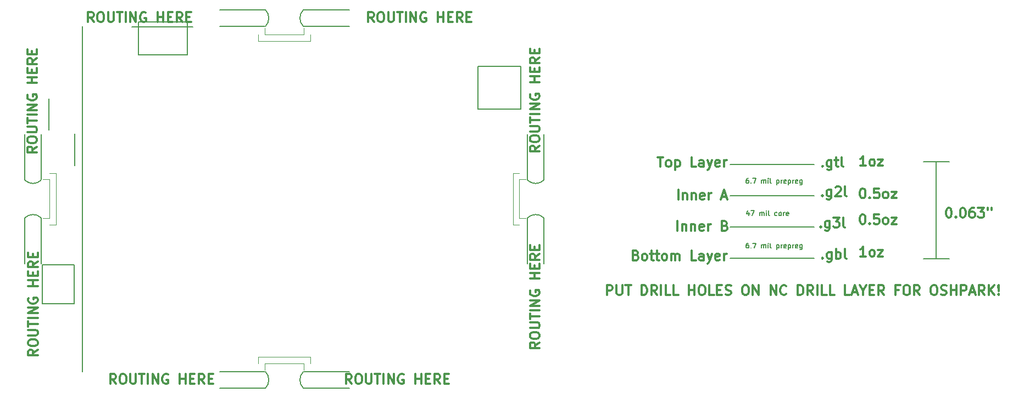
<source format=gbr>
G04 (created by PCBNEW (2013-07-07 BZR 4022)-stable) date 10/25/2016 10:24:25 PM*
%MOIN*%
G04 Gerber Fmt 3.4, Leading zero omitted, Abs format*
%FSLAX34Y34*%
G01*
G70*
G90*
G04 APERTURE LIST*
%ADD10C,0.00590551*%
%ADD11C,0.011811*%
%ADD12C,0.00787402*%
%ADD13C,0.00738189*%
%ADD14C,0.005*%
%ADD15C,0.0025*%
G04 APERTURE END LIST*
G54D10*
G54D11*
X60680Y-38739D02*
X60483Y-38457D01*
X60342Y-38739D02*
X60342Y-38148D01*
X60567Y-38148D01*
X60623Y-38176D01*
X60651Y-38204D01*
X60680Y-38260D01*
X60680Y-38345D01*
X60651Y-38401D01*
X60623Y-38429D01*
X60567Y-38457D01*
X60342Y-38457D01*
X61045Y-38148D02*
X61158Y-38148D01*
X61214Y-38176D01*
X61270Y-38232D01*
X61298Y-38345D01*
X61298Y-38542D01*
X61270Y-38654D01*
X61214Y-38710D01*
X61158Y-38739D01*
X61045Y-38739D01*
X60989Y-38710D01*
X60933Y-38654D01*
X60905Y-38542D01*
X60905Y-38345D01*
X60933Y-38232D01*
X60989Y-38176D01*
X61045Y-38148D01*
X61551Y-38148D02*
X61551Y-38626D01*
X61579Y-38682D01*
X61608Y-38710D01*
X61664Y-38739D01*
X61776Y-38739D01*
X61833Y-38710D01*
X61861Y-38682D01*
X61889Y-38626D01*
X61889Y-38148D01*
X62086Y-38148D02*
X62423Y-38148D01*
X62254Y-38739D02*
X62254Y-38148D01*
X62620Y-38739D02*
X62620Y-38148D01*
X62901Y-38739D02*
X62901Y-38148D01*
X63239Y-38739D01*
X63239Y-38148D01*
X63829Y-38176D02*
X63773Y-38148D01*
X63689Y-38148D01*
X63604Y-38176D01*
X63548Y-38232D01*
X63520Y-38289D01*
X63492Y-38401D01*
X63492Y-38485D01*
X63520Y-38598D01*
X63548Y-38654D01*
X63604Y-38710D01*
X63689Y-38739D01*
X63745Y-38739D01*
X63829Y-38710D01*
X63857Y-38682D01*
X63857Y-38485D01*
X63745Y-38485D01*
X64560Y-38739D02*
X64560Y-38148D01*
X64560Y-38429D02*
X64898Y-38429D01*
X64898Y-38739D02*
X64898Y-38148D01*
X65179Y-38429D02*
X65376Y-38429D01*
X65460Y-38739D02*
X65179Y-38739D01*
X65179Y-38148D01*
X65460Y-38148D01*
X66051Y-38739D02*
X65854Y-38457D01*
X65713Y-38739D02*
X65713Y-38148D01*
X65938Y-38148D01*
X65994Y-38176D01*
X66023Y-38204D01*
X66051Y-38260D01*
X66051Y-38345D01*
X66023Y-38401D01*
X65994Y-38429D01*
X65938Y-38457D01*
X65713Y-38457D01*
X66304Y-38429D02*
X66501Y-38429D01*
X66585Y-38739D02*
X66304Y-38739D01*
X66304Y-38148D01*
X66585Y-38148D01*
X77680Y-38739D02*
X77483Y-38457D01*
X77342Y-38739D02*
X77342Y-38148D01*
X77567Y-38148D01*
X77623Y-38176D01*
X77651Y-38204D01*
X77680Y-38260D01*
X77680Y-38345D01*
X77651Y-38401D01*
X77623Y-38429D01*
X77567Y-38457D01*
X77342Y-38457D01*
X78045Y-38148D02*
X78158Y-38148D01*
X78214Y-38176D01*
X78270Y-38232D01*
X78298Y-38345D01*
X78298Y-38542D01*
X78270Y-38654D01*
X78214Y-38710D01*
X78158Y-38739D01*
X78045Y-38739D01*
X77989Y-38710D01*
X77933Y-38654D01*
X77905Y-38542D01*
X77905Y-38345D01*
X77933Y-38232D01*
X77989Y-38176D01*
X78045Y-38148D01*
X78551Y-38148D02*
X78551Y-38626D01*
X78579Y-38682D01*
X78608Y-38710D01*
X78664Y-38739D01*
X78776Y-38739D01*
X78833Y-38710D01*
X78861Y-38682D01*
X78889Y-38626D01*
X78889Y-38148D01*
X79086Y-38148D02*
X79423Y-38148D01*
X79254Y-38739D02*
X79254Y-38148D01*
X79620Y-38739D02*
X79620Y-38148D01*
X79901Y-38739D02*
X79901Y-38148D01*
X80239Y-38739D01*
X80239Y-38148D01*
X80829Y-38176D02*
X80773Y-38148D01*
X80689Y-38148D01*
X80604Y-38176D01*
X80548Y-38232D01*
X80520Y-38289D01*
X80492Y-38401D01*
X80492Y-38485D01*
X80520Y-38598D01*
X80548Y-38654D01*
X80604Y-38710D01*
X80689Y-38739D01*
X80745Y-38739D01*
X80829Y-38710D01*
X80857Y-38682D01*
X80857Y-38485D01*
X80745Y-38485D01*
X81560Y-38739D02*
X81560Y-38148D01*
X81560Y-38429D02*
X81898Y-38429D01*
X81898Y-38739D02*
X81898Y-38148D01*
X82179Y-38429D02*
X82376Y-38429D01*
X82460Y-38739D02*
X82179Y-38739D01*
X82179Y-38148D01*
X82460Y-38148D01*
X83051Y-38739D02*
X82854Y-38457D01*
X82713Y-38739D02*
X82713Y-38148D01*
X82938Y-38148D01*
X82994Y-38176D01*
X83023Y-38204D01*
X83051Y-38260D01*
X83051Y-38345D01*
X83023Y-38401D01*
X82994Y-38429D01*
X82938Y-38457D01*
X82713Y-38457D01*
X83304Y-38429D02*
X83501Y-38429D01*
X83585Y-38739D02*
X83304Y-38739D01*
X83304Y-38148D01*
X83585Y-38148D01*
X87739Y-46269D02*
X87457Y-46466D01*
X87739Y-46607D02*
X87148Y-46607D01*
X87148Y-46382D01*
X87176Y-46326D01*
X87204Y-46298D01*
X87260Y-46269D01*
X87345Y-46269D01*
X87401Y-46298D01*
X87429Y-46326D01*
X87457Y-46382D01*
X87457Y-46607D01*
X87148Y-45904D02*
X87148Y-45791D01*
X87176Y-45735D01*
X87232Y-45679D01*
X87345Y-45651D01*
X87542Y-45651D01*
X87654Y-45679D01*
X87710Y-45735D01*
X87739Y-45791D01*
X87739Y-45904D01*
X87710Y-45960D01*
X87654Y-46016D01*
X87542Y-46044D01*
X87345Y-46044D01*
X87232Y-46016D01*
X87176Y-45960D01*
X87148Y-45904D01*
X87148Y-45398D02*
X87626Y-45398D01*
X87682Y-45370D01*
X87710Y-45341D01*
X87739Y-45285D01*
X87739Y-45173D01*
X87710Y-45116D01*
X87682Y-45088D01*
X87626Y-45060D01*
X87148Y-45060D01*
X87148Y-44863D02*
X87148Y-44526D01*
X87739Y-44695D02*
X87148Y-44695D01*
X87739Y-44329D02*
X87148Y-44329D01*
X87739Y-44048D02*
X87148Y-44048D01*
X87739Y-43710D01*
X87148Y-43710D01*
X87176Y-43120D02*
X87148Y-43176D01*
X87148Y-43260D01*
X87176Y-43345D01*
X87232Y-43401D01*
X87289Y-43429D01*
X87401Y-43457D01*
X87485Y-43457D01*
X87598Y-43429D01*
X87654Y-43401D01*
X87710Y-43345D01*
X87739Y-43260D01*
X87739Y-43204D01*
X87710Y-43120D01*
X87682Y-43092D01*
X87485Y-43092D01*
X87485Y-43204D01*
X87739Y-42389D02*
X87148Y-42389D01*
X87429Y-42389D02*
X87429Y-42051D01*
X87739Y-42051D02*
X87148Y-42051D01*
X87429Y-41770D02*
X87429Y-41573D01*
X87739Y-41489D02*
X87739Y-41770D01*
X87148Y-41770D01*
X87148Y-41489D01*
X87739Y-40898D02*
X87457Y-41095D01*
X87739Y-41236D02*
X87148Y-41236D01*
X87148Y-41011D01*
X87176Y-40955D01*
X87204Y-40926D01*
X87260Y-40898D01*
X87345Y-40898D01*
X87401Y-40926D01*
X87429Y-40955D01*
X87457Y-41011D01*
X87457Y-41236D01*
X87429Y-40645D02*
X87429Y-40448D01*
X87739Y-40364D02*
X87739Y-40645D01*
X87148Y-40645D01*
X87148Y-40364D01*
X87739Y-58219D02*
X87457Y-58416D01*
X87739Y-58557D02*
X87148Y-58557D01*
X87148Y-58332D01*
X87176Y-58276D01*
X87204Y-58248D01*
X87260Y-58219D01*
X87345Y-58219D01*
X87401Y-58248D01*
X87429Y-58276D01*
X87457Y-58332D01*
X87457Y-58557D01*
X87148Y-57854D02*
X87148Y-57741D01*
X87176Y-57685D01*
X87232Y-57629D01*
X87345Y-57601D01*
X87542Y-57601D01*
X87654Y-57629D01*
X87710Y-57685D01*
X87739Y-57741D01*
X87739Y-57854D01*
X87710Y-57910D01*
X87654Y-57966D01*
X87542Y-57994D01*
X87345Y-57994D01*
X87232Y-57966D01*
X87176Y-57910D01*
X87148Y-57854D01*
X87148Y-57348D02*
X87626Y-57348D01*
X87682Y-57320D01*
X87710Y-57291D01*
X87739Y-57235D01*
X87739Y-57123D01*
X87710Y-57066D01*
X87682Y-57038D01*
X87626Y-57010D01*
X87148Y-57010D01*
X87148Y-56813D02*
X87148Y-56476D01*
X87739Y-56645D02*
X87148Y-56645D01*
X87739Y-56279D02*
X87148Y-56279D01*
X87739Y-55998D02*
X87148Y-55998D01*
X87739Y-55660D01*
X87148Y-55660D01*
X87176Y-55070D02*
X87148Y-55126D01*
X87148Y-55210D01*
X87176Y-55295D01*
X87232Y-55351D01*
X87289Y-55379D01*
X87401Y-55407D01*
X87485Y-55407D01*
X87598Y-55379D01*
X87654Y-55351D01*
X87710Y-55295D01*
X87739Y-55210D01*
X87739Y-55154D01*
X87710Y-55070D01*
X87682Y-55042D01*
X87485Y-55042D01*
X87485Y-55154D01*
X87739Y-54339D02*
X87148Y-54339D01*
X87429Y-54339D02*
X87429Y-54001D01*
X87739Y-54001D02*
X87148Y-54001D01*
X87429Y-53720D02*
X87429Y-53523D01*
X87739Y-53439D02*
X87739Y-53720D01*
X87148Y-53720D01*
X87148Y-53439D01*
X87739Y-52848D02*
X87457Y-53045D01*
X87739Y-53186D02*
X87148Y-53186D01*
X87148Y-52961D01*
X87176Y-52905D01*
X87204Y-52876D01*
X87260Y-52848D01*
X87345Y-52848D01*
X87401Y-52876D01*
X87429Y-52905D01*
X87457Y-52961D01*
X87457Y-53186D01*
X87429Y-52595D02*
X87429Y-52398D01*
X87739Y-52314D02*
X87739Y-52595D01*
X87148Y-52595D01*
X87148Y-52314D01*
X76330Y-60739D02*
X76133Y-60457D01*
X75992Y-60739D02*
X75992Y-60148D01*
X76217Y-60148D01*
X76273Y-60176D01*
X76301Y-60204D01*
X76330Y-60260D01*
X76330Y-60345D01*
X76301Y-60401D01*
X76273Y-60429D01*
X76217Y-60457D01*
X75992Y-60457D01*
X76695Y-60148D02*
X76808Y-60148D01*
X76864Y-60176D01*
X76920Y-60232D01*
X76948Y-60345D01*
X76948Y-60542D01*
X76920Y-60654D01*
X76864Y-60710D01*
X76808Y-60739D01*
X76695Y-60739D01*
X76639Y-60710D01*
X76583Y-60654D01*
X76555Y-60542D01*
X76555Y-60345D01*
X76583Y-60232D01*
X76639Y-60176D01*
X76695Y-60148D01*
X77201Y-60148D02*
X77201Y-60626D01*
X77229Y-60682D01*
X77258Y-60710D01*
X77314Y-60739D01*
X77426Y-60739D01*
X77483Y-60710D01*
X77511Y-60682D01*
X77539Y-60626D01*
X77539Y-60148D01*
X77736Y-60148D02*
X78073Y-60148D01*
X77904Y-60739D02*
X77904Y-60148D01*
X78270Y-60739D02*
X78270Y-60148D01*
X78551Y-60739D02*
X78551Y-60148D01*
X78889Y-60739D01*
X78889Y-60148D01*
X79479Y-60176D02*
X79423Y-60148D01*
X79339Y-60148D01*
X79254Y-60176D01*
X79198Y-60232D01*
X79170Y-60289D01*
X79142Y-60401D01*
X79142Y-60485D01*
X79170Y-60598D01*
X79198Y-60654D01*
X79254Y-60710D01*
X79339Y-60739D01*
X79395Y-60739D01*
X79479Y-60710D01*
X79507Y-60682D01*
X79507Y-60485D01*
X79395Y-60485D01*
X80210Y-60739D02*
X80210Y-60148D01*
X80210Y-60429D02*
X80548Y-60429D01*
X80548Y-60739D02*
X80548Y-60148D01*
X80829Y-60429D02*
X81026Y-60429D01*
X81110Y-60739D02*
X80829Y-60739D01*
X80829Y-60148D01*
X81110Y-60148D01*
X81701Y-60739D02*
X81504Y-60457D01*
X81363Y-60739D02*
X81363Y-60148D01*
X81588Y-60148D01*
X81644Y-60176D01*
X81673Y-60204D01*
X81701Y-60260D01*
X81701Y-60345D01*
X81673Y-60401D01*
X81644Y-60429D01*
X81588Y-60457D01*
X81363Y-60457D01*
X81954Y-60429D02*
X82151Y-60429D01*
X82235Y-60739D02*
X81954Y-60739D01*
X81954Y-60148D01*
X82235Y-60148D01*
X62030Y-60739D02*
X61833Y-60457D01*
X61692Y-60739D02*
X61692Y-60148D01*
X61917Y-60148D01*
X61973Y-60176D01*
X62001Y-60204D01*
X62030Y-60260D01*
X62030Y-60345D01*
X62001Y-60401D01*
X61973Y-60429D01*
X61917Y-60457D01*
X61692Y-60457D01*
X62395Y-60148D02*
X62508Y-60148D01*
X62564Y-60176D01*
X62620Y-60232D01*
X62648Y-60345D01*
X62648Y-60542D01*
X62620Y-60654D01*
X62564Y-60710D01*
X62508Y-60739D01*
X62395Y-60739D01*
X62339Y-60710D01*
X62283Y-60654D01*
X62255Y-60542D01*
X62255Y-60345D01*
X62283Y-60232D01*
X62339Y-60176D01*
X62395Y-60148D01*
X62901Y-60148D02*
X62901Y-60626D01*
X62929Y-60682D01*
X62958Y-60710D01*
X63014Y-60739D01*
X63126Y-60739D01*
X63183Y-60710D01*
X63211Y-60682D01*
X63239Y-60626D01*
X63239Y-60148D01*
X63436Y-60148D02*
X63773Y-60148D01*
X63604Y-60739D02*
X63604Y-60148D01*
X63970Y-60739D02*
X63970Y-60148D01*
X64251Y-60739D02*
X64251Y-60148D01*
X64589Y-60739D01*
X64589Y-60148D01*
X65179Y-60176D02*
X65123Y-60148D01*
X65039Y-60148D01*
X64954Y-60176D01*
X64898Y-60232D01*
X64870Y-60289D01*
X64842Y-60401D01*
X64842Y-60485D01*
X64870Y-60598D01*
X64898Y-60654D01*
X64954Y-60710D01*
X65039Y-60739D01*
X65095Y-60739D01*
X65179Y-60710D01*
X65207Y-60682D01*
X65207Y-60485D01*
X65095Y-60485D01*
X65910Y-60739D02*
X65910Y-60148D01*
X65910Y-60429D02*
X66248Y-60429D01*
X66248Y-60739D02*
X66248Y-60148D01*
X66529Y-60429D02*
X66726Y-60429D01*
X66810Y-60739D02*
X66529Y-60739D01*
X66529Y-60148D01*
X66810Y-60148D01*
X67401Y-60739D02*
X67204Y-60457D01*
X67063Y-60739D02*
X67063Y-60148D01*
X67288Y-60148D01*
X67344Y-60176D01*
X67373Y-60204D01*
X67401Y-60260D01*
X67401Y-60345D01*
X67373Y-60401D01*
X67344Y-60429D01*
X67288Y-60457D01*
X67063Y-60457D01*
X67654Y-60429D02*
X67851Y-60429D01*
X67935Y-60739D02*
X67654Y-60739D01*
X67654Y-60148D01*
X67935Y-60148D01*
X57289Y-58669D02*
X57007Y-58866D01*
X57289Y-59007D02*
X56698Y-59007D01*
X56698Y-58782D01*
X56726Y-58726D01*
X56754Y-58698D01*
X56810Y-58669D01*
X56895Y-58669D01*
X56951Y-58698D01*
X56979Y-58726D01*
X57007Y-58782D01*
X57007Y-59007D01*
X56698Y-58304D02*
X56698Y-58191D01*
X56726Y-58135D01*
X56782Y-58079D01*
X56895Y-58051D01*
X57092Y-58051D01*
X57204Y-58079D01*
X57260Y-58135D01*
X57289Y-58191D01*
X57289Y-58304D01*
X57260Y-58360D01*
X57204Y-58416D01*
X57092Y-58444D01*
X56895Y-58444D01*
X56782Y-58416D01*
X56726Y-58360D01*
X56698Y-58304D01*
X56698Y-57798D02*
X57176Y-57798D01*
X57232Y-57770D01*
X57260Y-57741D01*
X57289Y-57685D01*
X57289Y-57573D01*
X57260Y-57516D01*
X57232Y-57488D01*
X57176Y-57460D01*
X56698Y-57460D01*
X56698Y-57263D02*
X56698Y-56926D01*
X57289Y-57095D02*
X56698Y-57095D01*
X57289Y-56729D02*
X56698Y-56729D01*
X57289Y-56448D02*
X56698Y-56448D01*
X57289Y-56110D01*
X56698Y-56110D01*
X56726Y-55520D02*
X56698Y-55576D01*
X56698Y-55660D01*
X56726Y-55745D01*
X56782Y-55801D01*
X56839Y-55829D01*
X56951Y-55857D01*
X57035Y-55857D01*
X57148Y-55829D01*
X57204Y-55801D01*
X57260Y-55745D01*
X57289Y-55660D01*
X57289Y-55604D01*
X57260Y-55520D01*
X57232Y-55492D01*
X57035Y-55492D01*
X57035Y-55604D01*
X57289Y-54789D02*
X56698Y-54789D01*
X56979Y-54789D02*
X56979Y-54451D01*
X57289Y-54451D02*
X56698Y-54451D01*
X56979Y-54170D02*
X56979Y-53973D01*
X57289Y-53889D02*
X57289Y-54170D01*
X56698Y-54170D01*
X56698Y-53889D01*
X57289Y-53298D02*
X57007Y-53495D01*
X57289Y-53636D02*
X56698Y-53636D01*
X56698Y-53411D01*
X56726Y-53355D01*
X56754Y-53326D01*
X56810Y-53298D01*
X56895Y-53298D01*
X56951Y-53326D01*
X56979Y-53355D01*
X57007Y-53411D01*
X57007Y-53636D01*
X56979Y-53045D02*
X56979Y-52848D01*
X57289Y-52764D02*
X57289Y-53045D01*
X56698Y-53045D01*
X56698Y-52764D01*
X57239Y-46319D02*
X56957Y-46516D01*
X57239Y-46657D02*
X56648Y-46657D01*
X56648Y-46432D01*
X56676Y-46376D01*
X56704Y-46348D01*
X56760Y-46319D01*
X56845Y-46319D01*
X56901Y-46348D01*
X56929Y-46376D01*
X56957Y-46432D01*
X56957Y-46657D01*
X56648Y-45954D02*
X56648Y-45841D01*
X56676Y-45785D01*
X56732Y-45729D01*
X56845Y-45701D01*
X57042Y-45701D01*
X57154Y-45729D01*
X57210Y-45785D01*
X57239Y-45841D01*
X57239Y-45954D01*
X57210Y-46010D01*
X57154Y-46066D01*
X57042Y-46094D01*
X56845Y-46094D01*
X56732Y-46066D01*
X56676Y-46010D01*
X56648Y-45954D01*
X56648Y-45448D02*
X57126Y-45448D01*
X57182Y-45420D01*
X57210Y-45391D01*
X57239Y-45335D01*
X57239Y-45223D01*
X57210Y-45166D01*
X57182Y-45138D01*
X57126Y-45110D01*
X56648Y-45110D01*
X56648Y-44913D02*
X56648Y-44576D01*
X57239Y-44745D02*
X56648Y-44745D01*
X57239Y-44379D02*
X56648Y-44379D01*
X57239Y-44098D02*
X56648Y-44098D01*
X57239Y-43760D01*
X56648Y-43760D01*
X56676Y-43170D02*
X56648Y-43226D01*
X56648Y-43310D01*
X56676Y-43395D01*
X56732Y-43451D01*
X56789Y-43479D01*
X56901Y-43507D01*
X56985Y-43507D01*
X57098Y-43479D01*
X57154Y-43451D01*
X57210Y-43395D01*
X57239Y-43310D01*
X57239Y-43254D01*
X57210Y-43170D01*
X57182Y-43142D01*
X56985Y-43142D01*
X56985Y-43254D01*
X57239Y-42439D02*
X56648Y-42439D01*
X56929Y-42439D02*
X56929Y-42101D01*
X57239Y-42101D02*
X56648Y-42101D01*
X56929Y-41820D02*
X56929Y-41623D01*
X57239Y-41539D02*
X57239Y-41820D01*
X56648Y-41820D01*
X56648Y-41539D01*
X57239Y-40948D02*
X56957Y-41145D01*
X57239Y-41286D02*
X56648Y-41286D01*
X56648Y-41061D01*
X56676Y-41005D01*
X56704Y-40976D01*
X56760Y-40948D01*
X56845Y-40948D01*
X56901Y-40976D01*
X56929Y-41005D01*
X56957Y-41061D01*
X56957Y-41286D01*
X56929Y-40695D02*
X56929Y-40498D01*
X57239Y-40414D02*
X57239Y-40695D01*
X56648Y-40695D01*
X56648Y-40414D01*
X91818Y-55339D02*
X91818Y-54748D01*
X92043Y-54748D01*
X92099Y-54776D01*
X92128Y-54804D01*
X92156Y-54860D01*
X92156Y-54945D01*
X92128Y-55001D01*
X92099Y-55029D01*
X92043Y-55057D01*
X91818Y-55057D01*
X92409Y-54748D02*
X92409Y-55226D01*
X92437Y-55282D01*
X92465Y-55310D01*
X92521Y-55339D01*
X92634Y-55339D01*
X92690Y-55310D01*
X92718Y-55282D01*
X92746Y-55226D01*
X92746Y-54748D01*
X92943Y-54748D02*
X93280Y-54748D01*
X93112Y-55339D02*
X93112Y-54748D01*
X93927Y-55339D02*
X93927Y-54748D01*
X94068Y-54748D01*
X94152Y-54776D01*
X94208Y-54832D01*
X94237Y-54889D01*
X94265Y-55001D01*
X94265Y-55085D01*
X94237Y-55198D01*
X94208Y-55254D01*
X94152Y-55310D01*
X94068Y-55339D01*
X93927Y-55339D01*
X94855Y-55339D02*
X94658Y-55057D01*
X94518Y-55339D02*
X94518Y-54748D01*
X94743Y-54748D01*
X94799Y-54776D01*
X94827Y-54804D01*
X94855Y-54860D01*
X94855Y-54945D01*
X94827Y-55001D01*
X94799Y-55029D01*
X94743Y-55057D01*
X94518Y-55057D01*
X95108Y-55339D02*
X95108Y-54748D01*
X95671Y-55339D02*
X95390Y-55339D01*
X95390Y-54748D01*
X96149Y-55339D02*
X95868Y-55339D01*
X95868Y-54748D01*
X96796Y-55339D02*
X96796Y-54748D01*
X96796Y-55029D02*
X97133Y-55029D01*
X97133Y-55339D02*
X97133Y-54748D01*
X97527Y-54748D02*
X97639Y-54748D01*
X97696Y-54776D01*
X97752Y-54832D01*
X97780Y-54945D01*
X97780Y-55142D01*
X97752Y-55254D01*
X97696Y-55310D01*
X97639Y-55339D01*
X97527Y-55339D01*
X97471Y-55310D01*
X97414Y-55254D01*
X97386Y-55142D01*
X97386Y-54945D01*
X97414Y-54832D01*
X97471Y-54776D01*
X97527Y-54748D01*
X98314Y-55339D02*
X98033Y-55339D01*
X98033Y-54748D01*
X98511Y-55029D02*
X98708Y-55029D01*
X98792Y-55339D02*
X98511Y-55339D01*
X98511Y-54748D01*
X98792Y-54748D01*
X99017Y-55310D02*
X99102Y-55339D01*
X99242Y-55339D01*
X99298Y-55310D01*
X99327Y-55282D01*
X99355Y-55226D01*
X99355Y-55170D01*
X99327Y-55114D01*
X99298Y-55085D01*
X99242Y-55057D01*
X99130Y-55029D01*
X99074Y-55001D01*
X99045Y-54973D01*
X99017Y-54917D01*
X99017Y-54860D01*
X99045Y-54804D01*
X99074Y-54776D01*
X99130Y-54748D01*
X99270Y-54748D01*
X99355Y-54776D01*
X100170Y-54748D02*
X100283Y-54748D01*
X100339Y-54776D01*
X100395Y-54832D01*
X100423Y-54945D01*
X100423Y-55142D01*
X100395Y-55254D01*
X100339Y-55310D01*
X100283Y-55339D01*
X100170Y-55339D01*
X100114Y-55310D01*
X100058Y-55254D01*
X100030Y-55142D01*
X100030Y-54945D01*
X100058Y-54832D01*
X100114Y-54776D01*
X100170Y-54748D01*
X100676Y-55339D02*
X100676Y-54748D01*
X101014Y-55339D01*
X101014Y-54748D01*
X101745Y-55339D02*
X101745Y-54748D01*
X102083Y-55339D01*
X102083Y-54748D01*
X102701Y-55282D02*
X102673Y-55310D01*
X102589Y-55339D01*
X102532Y-55339D01*
X102448Y-55310D01*
X102392Y-55254D01*
X102364Y-55198D01*
X102336Y-55085D01*
X102336Y-55001D01*
X102364Y-54889D01*
X102392Y-54832D01*
X102448Y-54776D01*
X102532Y-54748D01*
X102589Y-54748D01*
X102673Y-54776D01*
X102701Y-54804D01*
X103404Y-55339D02*
X103404Y-54748D01*
X103545Y-54748D01*
X103629Y-54776D01*
X103685Y-54832D01*
X103714Y-54889D01*
X103742Y-55001D01*
X103742Y-55085D01*
X103714Y-55198D01*
X103685Y-55254D01*
X103629Y-55310D01*
X103545Y-55339D01*
X103404Y-55339D01*
X104332Y-55339D02*
X104135Y-55057D01*
X103995Y-55339D02*
X103995Y-54748D01*
X104220Y-54748D01*
X104276Y-54776D01*
X104304Y-54804D01*
X104332Y-54860D01*
X104332Y-54945D01*
X104304Y-55001D01*
X104276Y-55029D01*
X104220Y-55057D01*
X103995Y-55057D01*
X104585Y-55339D02*
X104585Y-54748D01*
X105148Y-55339D02*
X104867Y-55339D01*
X104867Y-54748D01*
X105626Y-55339D02*
X105345Y-55339D01*
X105345Y-54748D01*
X106554Y-55339D02*
X106273Y-55339D01*
X106273Y-54748D01*
X106723Y-55170D02*
X107004Y-55170D01*
X106666Y-55339D02*
X106863Y-54748D01*
X107060Y-55339D01*
X107369Y-55057D02*
X107369Y-55339D01*
X107173Y-54748D02*
X107369Y-55057D01*
X107566Y-54748D01*
X107763Y-55029D02*
X107960Y-55029D01*
X108044Y-55339D02*
X107763Y-55339D01*
X107763Y-54748D01*
X108044Y-54748D01*
X108635Y-55339D02*
X108438Y-55057D01*
X108297Y-55339D02*
X108297Y-54748D01*
X108522Y-54748D01*
X108579Y-54776D01*
X108607Y-54804D01*
X108635Y-54860D01*
X108635Y-54945D01*
X108607Y-55001D01*
X108579Y-55029D01*
X108522Y-55057D01*
X108297Y-55057D01*
X109535Y-55029D02*
X109338Y-55029D01*
X109338Y-55339D02*
X109338Y-54748D01*
X109619Y-54748D01*
X109957Y-54748D02*
X110069Y-54748D01*
X110125Y-54776D01*
X110182Y-54832D01*
X110210Y-54945D01*
X110210Y-55142D01*
X110182Y-55254D01*
X110125Y-55310D01*
X110069Y-55339D01*
X109957Y-55339D01*
X109900Y-55310D01*
X109844Y-55254D01*
X109816Y-55142D01*
X109816Y-54945D01*
X109844Y-54832D01*
X109900Y-54776D01*
X109957Y-54748D01*
X110800Y-55339D02*
X110603Y-55057D01*
X110463Y-55339D02*
X110463Y-54748D01*
X110688Y-54748D01*
X110744Y-54776D01*
X110772Y-54804D01*
X110800Y-54860D01*
X110800Y-54945D01*
X110772Y-55001D01*
X110744Y-55029D01*
X110688Y-55057D01*
X110463Y-55057D01*
X111616Y-54748D02*
X111728Y-54748D01*
X111784Y-54776D01*
X111841Y-54832D01*
X111869Y-54945D01*
X111869Y-55142D01*
X111841Y-55254D01*
X111784Y-55310D01*
X111728Y-55339D01*
X111616Y-55339D01*
X111559Y-55310D01*
X111503Y-55254D01*
X111475Y-55142D01*
X111475Y-54945D01*
X111503Y-54832D01*
X111559Y-54776D01*
X111616Y-54748D01*
X112094Y-55310D02*
X112178Y-55339D01*
X112319Y-55339D01*
X112375Y-55310D01*
X112403Y-55282D01*
X112431Y-55226D01*
X112431Y-55170D01*
X112403Y-55114D01*
X112375Y-55085D01*
X112319Y-55057D01*
X112206Y-55029D01*
X112150Y-55001D01*
X112122Y-54973D01*
X112094Y-54917D01*
X112094Y-54860D01*
X112122Y-54804D01*
X112150Y-54776D01*
X112206Y-54748D01*
X112347Y-54748D01*
X112431Y-54776D01*
X112684Y-55339D02*
X112684Y-54748D01*
X112684Y-55029D02*
X113022Y-55029D01*
X113022Y-55339D02*
X113022Y-54748D01*
X113303Y-55339D02*
X113303Y-54748D01*
X113528Y-54748D01*
X113584Y-54776D01*
X113612Y-54804D01*
X113640Y-54860D01*
X113640Y-54945D01*
X113612Y-55001D01*
X113584Y-55029D01*
X113528Y-55057D01*
X113303Y-55057D01*
X113865Y-55170D02*
X114147Y-55170D01*
X113809Y-55339D02*
X114006Y-54748D01*
X114203Y-55339D01*
X114737Y-55339D02*
X114540Y-55057D01*
X114400Y-55339D02*
X114400Y-54748D01*
X114625Y-54748D01*
X114681Y-54776D01*
X114709Y-54804D01*
X114737Y-54860D01*
X114737Y-54945D01*
X114709Y-55001D01*
X114681Y-55029D01*
X114625Y-55057D01*
X114400Y-55057D01*
X114990Y-55339D02*
X114990Y-54748D01*
X115328Y-55339D02*
X115075Y-55001D01*
X115328Y-54748D02*
X114990Y-55085D01*
X115581Y-55282D02*
X115609Y-55310D01*
X115581Y-55339D01*
X115553Y-55310D01*
X115581Y-55282D01*
X115581Y-55339D01*
X115581Y-55114D02*
X115553Y-54776D01*
X115581Y-54748D01*
X115609Y-54776D01*
X115581Y-55114D01*
X115581Y-54748D01*
G54D12*
X60000Y-60000D02*
X60000Y-39000D01*
G54D11*
X112542Y-50042D02*
X112598Y-50042D01*
X112654Y-50070D01*
X112682Y-50098D01*
X112710Y-50154D01*
X112739Y-50267D01*
X112739Y-50407D01*
X112710Y-50520D01*
X112682Y-50576D01*
X112654Y-50604D01*
X112598Y-50632D01*
X112542Y-50632D01*
X112485Y-50604D01*
X112457Y-50576D01*
X112429Y-50520D01*
X112401Y-50407D01*
X112401Y-50267D01*
X112429Y-50154D01*
X112457Y-50098D01*
X112485Y-50070D01*
X112542Y-50042D01*
X112992Y-50576D02*
X113020Y-50604D01*
X112992Y-50632D01*
X112964Y-50604D01*
X112992Y-50576D01*
X112992Y-50632D01*
X113385Y-50042D02*
X113442Y-50042D01*
X113498Y-50070D01*
X113526Y-50098D01*
X113554Y-50154D01*
X113582Y-50267D01*
X113582Y-50407D01*
X113554Y-50520D01*
X113526Y-50576D01*
X113498Y-50604D01*
X113442Y-50632D01*
X113385Y-50632D01*
X113329Y-50604D01*
X113301Y-50576D01*
X113273Y-50520D01*
X113245Y-50407D01*
X113245Y-50267D01*
X113273Y-50154D01*
X113301Y-50098D01*
X113329Y-50070D01*
X113385Y-50042D01*
X114088Y-50042D02*
X113976Y-50042D01*
X113920Y-50070D01*
X113892Y-50098D01*
X113835Y-50182D01*
X113807Y-50295D01*
X113807Y-50520D01*
X113835Y-50576D01*
X113863Y-50604D01*
X113920Y-50632D01*
X114032Y-50632D01*
X114088Y-50604D01*
X114116Y-50576D01*
X114145Y-50520D01*
X114145Y-50379D01*
X114116Y-50323D01*
X114088Y-50295D01*
X114032Y-50267D01*
X113920Y-50267D01*
X113863Y-50295D01*
X113835Y-50323D01*
X113807Y-50379D01*
X114341Y-50042D02*
X114707Y-50042D01*
X114510Y-50267D01*
X114595Y-50267D01*
X114651Y-50295D01*
X114679Y-50323D01*
X114707Y-50379D01*
X114707Y-50520D01*
X114679Y-50576D01*
X114651Y-50604D01*
X114595Y-50632D01*
X114426Y-50632D01*
X114370Y-50604D01*
X114341Y-50576D01*
X114932Y-50042D02*
X114932Y-50154D01*
X115157Y-50042D02*
X115157Y-50154D01*
G54D12*
X111023Y-53149D02*
X112598Y-53149D01*
X111023Y-47244D02*
X112598Y-47244D01*
X111811Y-47244D02*
X111811Y-53149D01*
G54D13*
X100442Y-50316D02*
X100442Y-50513D01*
X100372Y-50203D02*
X100302Y-50414D01*
X100485Y-50414D01*
X100569Y-50217D02*
X100766Y-50217D01*
X100639Y-50513D01*
X101103Y-50513D02*
X101103Y-50316D01*
X101103Y-50344D02*
X101117Y-50330D01*
X101145Y-50316D01*
X101188Y-50316D01*
X101216Y-50330D01*
X101230Y-50358D01*
X101230Y-50513D01*
X101230Y-50358D02*
X101244Y-50330D01*
X101272Y-50316D01*
X101314Y-50316D01*
X101342Y-50330D01*
X101356Y-50358D01*
X101356Y-50513D01*
X101497Y-50513D02*
X101497Y-50316D01*
X101497Y-50217D02*
X101483Y-50232D01*
X101497Y-50246D01*
X101511Y-50232D01*
X101497Y-50217D01*
X101497Y-50246D01*
X101680Y-50513D02*
X101652Y-50499D01*
X101638Y-50471D01*
X101638Y-50217D01*
X102144Y-50499D02*
X102116Y-50513D01*
X102059Y-50513D01*
X102031Y-50499D01*
X102017Y-50485D01*
X102003Y-50456D01*
X102003Y-50372D01*
X102017Y-50344D01*
X102031Y-50330D01*
X102059Y-50316D01*
X102116Y-50316D01*
X102144Y-50330D01*
X102312Y-50513D02*
X102284Y-50499D01*
X102270Y-50485D01*
X102256Y-50456D01*
X102256Y-50372D01*
X102270Y-50344D01*
X102284Y-50330D01*
X102312Y-50316D01*
X102355Y-50316D01*
X102383Y-50330D01*
X102397Y-50344D01*
X102411Y-50372D01*
X102411Y-50456D01*
X102397Y-50485D01*
X102383Y-50499D01*
X102355Y-50513D01*
X102312Y-50513D01*
X102537Y-50513D02*
X102537Y-50316D01*
X102537Y-50372D02*
X102552Y-50344D01*
X102566Y-50330D01*
X102594Y-50316D01*
X102622Y-50316D01*
X102833Y-50499D02*
X102805Y-50513D01*
X102748Y-50513D01*
X102720Y-50499D01*
X102706Y-50471D01*
X102706Y-50358D01*
X102720Y-50330D01*
X102748Y-50316D01*
X102805Y-50316D01*
X102833Y-50330D01*
X102847Y-50358D01*
X102847Y-50386D01*
X102706Y-50414D01*
X100407Y-52186D02*
X100351Y-52186D01*
X100323Y-52200D01*
X100309Y-52214D01*
X100281Y-52256D01*
X100267Y-52312D01*
X100267Y-52425D01*
X100281Y-52453D01*
X100295Y-52467D01*
X100323Y-52481D01*
X100379Y-52481D01*
X100407Y-52467D01*
X100421Y-52453D01*
X100435Y-52425D01*
X100435Y-52355D01*
X100421Y-52327D01*
X100407Y-52312D01*
X100379Y-52298D01*
X100323Y-52298D01*
X100295Y-52312D01*
X100281Y-52327D01*
X100267Y-52355D01*
X100562Y-52453D02*
X100576Y-52467D01*
X100562Y-52481D01*
X100548Y-52467D01*
X100562Y-52453D01*
X100562Y-52481D01*
X100674Y-52186D02*
X100871Y-52186D01*
X100745Y-52481D01*
X101209Y-52481D02*
X101209Y-52284D01*
X101209Y-52312D02*
X101223Y-52298D01*
X101251Y-52284D01*
X101293Y-52284D01*
X101321Y-52298D01*
X101335Y-52327D01*
X101335Y-52481D01*
X101335Y-52327D02*
X101349Y-52298D01*
X101377Y-52284D01*
X101420Y-52284D01*
X101448Y-52298D01*
X101462Y-52327D01*
X101462Y-52481D01*
X101602Y-52481D02*
X101602Y-52284D01*
X101602Y-52186D02*
X101588Y-52200D01*
X101602Y-52214D01*
X101616Y-52200D01*
X101602Y-52186D01*
X101602Y-52214D01*
X101785Y-52481D02*
X101757Y-52467D01*
X101743Y-52439D01*
X101743Y-52186D01*
X102123Y-52284D02*
X102123Y-52580D01*
X102123Y-52298D02*
X102151Y-52284D01*
X102207Y-52284D01*
X102235Y-52298D01*
X102249Y-52312D01*
X102263Y-52341D01*
X102263Y-52425D01*
X102249Y-52453D01*
X102235Y-52467D01*
X102207Y-52481D01*
X102151Y-52481D01*
X102123Y-52467D01*
X102390Y-52481D02*
X102390Y-52284D01*
X102390Y-52341D02*
X102404Y-52312D01*
X102418Y-52298D01*
X102446Y-52284D01*
X102474Y-52284D01*
X102685Y-52467D02*
X102657Y-52481D01*
X102601Y-52481D01*
X102573Y-52467D01*
X102559Y-52439D01*
X102559Y-52327D01*
X102573Y-52298D01*
X102601Y-52284D01*
X102657Y-52284D01*
X102685Y-52298D01*
X102699Y-52327D01*
X102699Y-52355D01*
X102559Y-52383D01*
X102826Y-52284D02*
X102826Y-52580D01*
X102826Y-52298D02*
X102854Y-52284D01*
X102910Y-52284D01*
X102938Y-52298D01*
X102952Y-52312D01*
X102966Y-52341D01*
X102966Y-52425D01*
X102952Y-52453D01*
X102938Y-52467D01*
X102910Y-52481D01*
X102854Y-52481D01*
X102826Y-52467D01*
X103093Y-52481D02*
X103093Y-52284D01*
X103093Y-52341D02*
X103107Y-52312D01*
X103121Y-52298D01*
X103149Y-52284D01*
X103177Y-52284D01*
X103388Y-52467D02*
X103360Y-52481D01*
X103304Y-52481D01*
X103276Y-52467D01*
X103262Y-52439D01*
X103262Y-52327D01*
X103276Y-52298D01*
X103304Y-52284D01*
X103360Y-52284D01*
X103388Y-52298D01*
X103402Y-52327D01*
X103402Y-52355D01*
X103262Y-52383D01*
X103655Y-52284D02*
X103655Y-52523D01*
X103641Y-52552D01*
X103627Y-52566D01*
X103599Y-52580D01*
X103557Y-52580D01*
X103529Y-52566D01*
X103655Y-52467D02*
X103627Y-52481D01*
X103571Y-52481D01*
X103543Y-52467D01*
X103529Y-52453D01*
X103515Y-52425D01*
X103515Y-52341D01*
X103529Y-52312D01*
X103543Y-52298D01*
X103571Y-52284D01*
X103627Y-52284D01*
X103655Y-52298D01*
X100407Y-48249D02*
X100351Y-48249D01*
X100323Y-48263D01*
X100309Y-48277D01*
X100281Y-48319D01*
X100267Y-48375D01*
X100267Y-48488D01*
X100281Y-48516D01*
X100295Y-48530D01*
X100323Y-48544D01*
X100379Y-48544D01*
X100407Y-48530D01*
X100421Y-48516D01*
X100435Y-48488D01*
X100435Y-48418D01*
X100421Y-48390D01*
X100407Y-48375D01*
X100379Y-48361D01*
X100323Y-48361D01*
X100295Y-48375D01*
X100281Y-48390D01*
X100267Y-48418D01*
X100562Y-48516D02*
X100576Y-48530D01*
X100562Y-48544D01*
X100548Y-48530D01*
X100562Y-48516D01*
X100562Y-48544D01*
X100674Y-48249D02*
X100871Y-48249D01*
X100745Y-48544D01*
X101209Y-48544D02*
X101209Y-48347D01*
X101209Y-48375D02*
X101223Y-48361D01*
X101251Y-48347D01*
X101293Y-48347D01*
X101321Y-48361D01*
X101335Y-48390D01*
X101335Y-48544D01*
X101335Y-48390D02*
X101349Y-48361D01*
X101377Y-48347D01*
X101420Y-48347D01*
X101448Y-48361D01*
X101462Y-48390D01*
X101462Y-48544D01*
X101602Y-48544D02*
X101602Y-48347D01*
X101602Y-48249D02*
X101588Y-48263D01*
X101602Y-48277D01*
X101616Y-48263D01*
X101602Y-48249D01*
X101602Y-48277D01*
X101785Y-48544D02*
X101757Y-48530D01*
X101743Y-48502D01*
X101743Y-48249D01*
X102123Y-48347D02*
X102123Y-48643D01*
X102123Y-48361D02*
X102151Y-48347D01*
X102207Y-48347D01*
X102235Y-48361D01*
X102249Y-48375D01*
X102263Y-48404D01*
X102263Y-48488D01*
X102249Y-48516D01*
X102235Y-48530D01*
X102207Y-48544D01*
X102151Y-48544D01*
X102123Y-48530D01*
X102390Y-48544D02*
X102390Y-48347D01*
X102390Y-48404D02*
X102404Y-48375D01*
X102418Y-48361D01*
X102446Y-48347D01*
X102474Y-48347D01*
X102685Y-48530D02*
X102657Y-48544D01*
X102601Y-48544D01*
X102573Y-48530D01*
X102559Y-48502D01*
X102559Y-48390D01*
X102573Y-48361D01*
X102601Y-48347D01*
X102657Y-48347D01*
X102685Y-48361D01*
X102699Y-48390D01*
X102699Y-48418D01*
X102559Y-48446D01*
X102826Y-48347D02*
X102826Y-48643D01*
X102826Y-48361D02*
X102854Y-48347D01*
X102910Y-48347D01*
X102938Y-48361D01*
X102952Y-48375D01*
X102966Y-48404D01*
X102966Y-48488D01*
X102952Y-48516D01*
X102938Y-48530D01*
X102910Y-48544D01*
X102854Y-48544D01*
X102826Y-48530D01*
X103093Y-48544D02*
X103093Y-48347D01*
X103093Y-48404D02*
X103107Y-48375D01*
X103121Y-48361D01*
X103149Y-48347D01*
X103177Y-48347D01*
X103388Y-48530D02*
X103360Y-48544D01*
X103304Y-48544D01*
X103276Y-48530D01*
X103262Y-48502D01*
X103262Y-48390D01*
X103276Y-48361D01*
X103304Y-48347D01*
X103360Y-48347D01*
X103388Y-48361D01*
X103402Y-48390D01*
X103402Y-48418D01*
X103262Y-48446D01*
X103655Y-48347D02*
X103655Y-48586D01*
X103641Y-48615D01*
X103627Y-48629D01*
X103599Y-48643D01*
X103557Y-48643D01*
X103529Y-48629D01*
X103655Y-48530D02*
X103627Y-48544D01*
X103571Y-48544D01*
X103543Y-48530D01*
X103529Y-48516D01*
X103515Y-48488D01*
X103515Y-48404D01*
X103529Y-48375D01*
X103543Y-48361D01*
X103571Y-48347D01*
X103627Y-48347D01*
X103655Y-48361D01*
G54D11*
X107311Y-50435D02*
X107367Y-50435D01*
X107424Y-50464D01*
X107452Y-50492D01*
X107480Y-50548D01*
X107508Y-50660D01*
X107508Y-50801D01*
X107480Y-50913D01*
X107452Y-50970D01*
X107424Y-50998D01*
X107367Y-51026D01*
X107311Y-51026D01*
X107255Y-50998D01*
X107227Y-50970D01*
X107199Y-50913D01*
X107170Y-50801D01*
X107170Y-50660D01*
X107199Y-50548D01*
X107227Y-50492D01*
X107255Y-50464D01*
X107311Y-50435D01*
X107761Y-50970D02*
X107789Y-50998D01*
X107761Y-51026D01*
X107733Y-50998D01*
X107761Y-50970D01*
X107761Y-51026D01*
X108323Y-50435D02*
X108042Y-50435D01*
X108014Y-50717D01*
X108042Y-50688D01*
X108098Y-50660D01*
X108239Y-50660D01*
X108295Y-50688D01*
X108323Y-50717D01*
X108352Y-50773D01*
X108352Y-50913D01*
X108323Y-50970D01*
X108295Y-50998D01*
X108239Y-51026D01*
X108098Y-51026D01*
X108042Y-50998D01*
X108014Y-50970D01*
X108689Y-51026D02*
X108633Y-50998D01*
X108605Y-50970D01*
X108577Y-50913D01*
X108577Y-50745D01*
X108605Y-50688D01*
X108633Y-50660D01*
X108689Y-50632D01*
X108773Y-50632D01*
X108830Y-50660D01*
X108858Y-50688D01*
X108886Y-50745D01*
X108886Y-50913D01*
X108858Y-50970D01*
X108830Y-50998D01*
X108773Y-51026D01*
X108689Y-51026D01*
X109083Y-50632D02*
X109392Y-50632D01*
X109083Y-51026D01*
X109392Y-51026D01*
X107311Y-48861D02*
X107367Y-48861D01*
X107424Y-48889D01*
X107452Y-48917D01*
X107480Y-48973D01*
X107508Y-49086D01*
X107508Y-49226D01*
X107480Y-49339D01*
X107452Y-49395D01*
X107424Y-49423D01*
X107367Y-49451D01*
X107311Y-49451D01*
X107255Y-49423D01*
X107227Y-49395D01*
X107199Y-49339D01*
X107170Y-49226D01*
X107170Y-49086D01*
X107199Y-48973D01*
X107227Y-48917D01*
X107255Y-48889D01*
X107311Y-48861D01*
X107761Y-49395D02*
X107789Y-49423D01*
X107761Y-49451D01*
X107733Y-49423D01*
X107761Y-49395D01*
X107761Y-49451D01*
X108323Y-48861D02*
X108042Y-48861D01*
X108014Y-49142D01*
X108042Y-49114D01*
X108098Y-49086D01*
X108239Y-49086D01*
X108295Y-49114D01*
X108323Y-49142D01*
X108352Y-49198D01*
X108352Y-49339D01*
X108323Y-49395D01*
X108295Y-49423D01*
X108239Y-49451D01*
X108098Y-49451D01*
X108042Y-49423D01*
X108014Y-49395D01*
X108689Y-49451D02*
X108633Y-49423D01*
X108605Y-49395D01*
X108577Y-49339D01*
X108577Y-49170D01*
X108605Y-49114D01*
X108633Y-49086D01*
X108689Y-49057D01*
X108773Y-49057D01*
X108830Y-49086D01*
X108858Y-49114D01*
X108886Y-49170D01*
X108886Y-49339D01*
X108858Y-49395D01*
X108830Y-49423D01*
X108773Y-49451D01*
X108689Y-49451D01*
X109083Y-49057D02*
X109392Y-49057D01*
X109083Y-49451D01*
X109392Y-49451D01*
X107536Y-52994D02*
X107199Y-52994D01*
X107367Y-52994D02*
X107367Y-52404D01*
X107311Y-52488D01*
X107255Y-52544D01*
X107199Y-52573D01*
X107874Y-52994D02*
X107817Y-52966D01*
X107789Y-52938D01*
X107761Y-52882D01*
X107761Y-52713D01*
X107789Y-52657D01*
X107817Y-52629D01*
X107874Y-52601D01*
X107958Y-52601D01*
X108014Y-52629D01*
X108042Y-52657D01*
X108070Y-52713D01*
X108070Y-52882D01*
X108042Y-52938D01*
X108014Y-52966D01*
X107958Y-52994D01*
X107874Y-52994D01*
X108267Y-52601D02*
X108577Y-52601D01*
X108267Y-52994D01*
X108577Y-52994D01*
X107536Y-47483D02*
X107199Y-47483D01*
X107367Y-47483D02*
X107367Y-46892D01*
X107311Y-46976D01*
X107255Y-47033D01*
X107199Y-47061D01*
X107874Y-47483D02*
X107817Y-47455D01*
X107789Y-47426D01*
X107761Y-47370D01*
X107761Y-47201D01*
X107789Y-47145D01*
X107817Y-47117D01*
X107874Y-47089D01*
X107958Y-47089D01*
X108014Y-47117D01*
X108042Y-47145D01*
X108070Y-47201D01*
X108070Y-47370D01*
X108042Y-47426D01*
X108014Y-47455D01*
X107958Y-47483D01*
X107874Y-47483D01*
X108267Y-47089D02*
X108577Y-47089D01*
X108267Y-47483D01*
X108577Y-47483D01*
X93584Y-52917D02*
X93669Y-52945D01*
X93697Y-52973D01*
X93725Y-53029D01*
X93725Y-53113D01*
X93697Y-53170D01*
X93669Y-53198D01*
X93612Y-53226D01*
X93387Y-53226D01*
X93387Y-52635D01*
X93584Y-52635D01*
X93640Y-52664D01*
X93669Y-52692D01*
X93697Y-52748D01*
X93697Y-52804D01*
X93669Y-52860D01*
X93640Y-52888D01*
X93584Y-52917D01*
X93387Y-52917D01*
X94062Y-53226D02*
X94006Y-53198D01*
X93978Y-53170D01*
X93950Y-53113D01*
X93950Y-52945D01*
X93978Y-52888D01*
X94006Y-52860D01*
X94062Y-52832D01*
X94147Y-52832D01*
X94203Y-52860D01*
X94231Y-52888D01*
X94259Y-52945D01*
X94259Y-53113D01*
X94231Y-53170D01*
X94203Y-53198D01*
X94147Y-53226D01*
X94062Y-53226D01*
X94428Y-52832D02*
X94653Y-52832D01*
X94512Y-52635D02*
X94512Y-53142D01*
X94540Y-53198D01*
X94597Y-53226D01*
X94653Y-53226D01*
X94765Y-52832D02*
X94990Y-52832D01*
X94850Y-52635D02*
X94850Y-53142D01*
X94878Y-53198D01*
X94934Y-53226D01*
X94990Y-53226D01*
X95271Y-53226D02*
X95215Y-53198D01*
X95187Y-53170D01*
X95159Y-53113D01*
X95159Y-52945D01*
X95187Y-52888D01*
X95215Y-52860D01*
X95271Y-52832D01*
X95356Y-52832D01*
X95412Y-52860D01*
X95440Y-52888D01*
X95468Y-52945D01*
X95468Y-53113D01*
X95440Y-53170D01*
X95412Y-53198D01*
X95356Y-53226D01*
X95271Y-53226D01*
X95721Y-53226D02*
X95721Y-52832D01*
X95721Y-52888D02*
X95750Y-52860D01*
X95806Y-52832D01*
X95890Y-52832D01*
X95946Y-52860D01*
X95975Y-52917D01*
X95975Y-53226D01*
X95975Y-52917D02*
X96003Y-52860D01*
X96059Y-52832D01*
X96143Y-52832D01*
X96200Y-52860D01*
X96228Y-52917D01*
X96228Y-53226D01*
X97240Y-53226D02*
X96959Y-53226D01*
X96959Y-52635D01*
X97690Y-53226D02*
X97690Y-52917D01*
X97662Y-52860D01*
X97606Y-52832D01*
X97493Y-52832D01*
X97437Y-52860D01*
X97690Y-53198D02*
X97634Y-53226D01*
X97493Y-53226D01*
X97437Y-53198D01*
X97409Y-53142D01*
X97409Y-53085D01*
X97437Y-53029D01*
X97493Y-53001D01*
X97634Y-53001D01*
X97690Y-52973D01*
X97915Y-52832D02*
X98056Y-53226D01*
X98196Y-52832D02*
X98056Y-53226D01*
X97999Y-53367D01*
X97971Y-53395D01*
X97915Y-53423D01*
X98646Y-53198D02*
X98590Y-53226D01*
X98477Y-53226D01*
X98421Y-53198D01*
X98393Y-53142D01*
X98393Y-52917D01*
X98421Y-52860D01*
X98477Y-52832D01*
X98590Y-52832D01*
X98646Y-52860D01*
X98674Y-52917D01*
X98674Y-52973D01*
X98393Y-53029D01*
X98927Y-53226D02*
X98927Y-52832D01*
X98927Y-52945D02*
X98955Y-52888D01*
X98984Y-52860D01*
X99040Y-52832D01*
X99096Y-52832D01*
X96109Y-51432D02*
X96109Y-50842D01*
X96390Y-51039D02*
X96390Y-51432D01*
X96390Y-51095D02*
X96418Y-51067D01*
X96475Y-51039D01*
X96559Y-51039D01*
X96615Y-51067D01*
X96643Y-51123D01*
X96643Y-51432D01*
X96925Y-51039D02*
X96925Y-51432D01*
X96925Y-51095D02*
X96953Y-51067D01*
X97009Y-51039D01*
X97093Y-51039D01*
X97150Y-51067D01*
X97178Y-51123D01*
X97178Y-51432D01*
X97684Y-51404D02*
X97628Y-51432D01*
X97515Y-51432D01*
X97459Y-51404D01*
X97431Y-51348D01*
X97431Y-51123D01*
X97459Y-51067D01*
X97515Y-51039D01*
X97628Y-51039D01*
X97684Y-51067D01*
X97712Y-51123D01*
X97712Y-51179D01*
X97431Y-51235D01*
X97965Y-51432D02*
X97965Y-51039D01*
X97965Y-51151D02*
X97993Y-51095D01*
X98021Y-51067D01*
X98078Y-51039D01*
X98134Y-51039D01*
X98977Y-51123D02*
X99062Y-51151D01*
X99090Y-51179D01*
X99118Y-51235D01*
X99118Y-51320D01*
X99090Y-51376D01*
X99062Y-51404D01*
X99006Y-51432D01*
X98781Y-51432D01*
X98781Y-50842D01*
X98977Y-50842D01*
X99034Y-50870D01*
X99062Y-50898D01*
X99090Y-50954D01*
X99090Y-51010D01*
X99062Y-51067D01*
X99034Y-51095D01*
X98977Y-51123D01*
X98781Y-51123D01*
X96151Y-49539D02*
X96151Y-48948D01*
X96432Y-49145D02*
X96432Y-49539D01*
X96432Y-49201D02*
X96461Y-49173D01*
X96517Y-49145D01*
X96601Y-49145D01*
X96657Y-49173D01*
X96686Y-49229D01*
X96686Y-49539D01*
X96967Y-49145D02*
X96967Y-49539D01*
X96967Y-49201D02*
X96995Y-49173D01*
X97051Y-49145D01*
X97135Y-49145D01*
X97192Y-49173D01*
X97220Y-49229D01*
X97220Y-49539D01*
X97726Y-49510D02*
X97670Y-49539D01*
X97557Y-49539D01*
X97501Y-49510D01*
X97473Y-49454D01*
X97473Y-49229D01*
X97501Y-49173D01*
X97557Y-49145D01*
X97670Y-49145D01*
X97726Y-49173D01*
X97754Y-49229D01*
X97754Y-49285D01*
X97473Y-49342D01*
X98007Y-49539D02*
X98007Y-49145D01*
X98007Y-49257D02*
X98035Y-49201D01*
X98064Y-49173D01*
X98120Y-49145D01*
X98176Y-49145D01*
X98795Y-49370D02*
X99076Y-49370D01*
X98738Y-49539D02*
X98935Y-48948D01*
X99132Y-49539D01*
X94904Y-46954D02*
X95242Y-46954D01*
X95073Y-47545D02*
X95073Y-46954D01*
X95523Y-47545D02*
X95467Y-47517D01*
X95439Y-47489D01*
X95411Y-47432D01*
X95411Y-47264D01*
X95439Y-47207D01*
X95467Y-47179D01*
X95523Y-47151D01*
X95607Y-47151D01*
X95664Y-47179D01*
X95692Y-47207D01*
X95720Y-47264D01*
X95720Y-47432D01*
X95692Y-47489D01*
X95664Y-47517D01*
X95607Y-47545D01*
X95523Y-47545D01*
X95973Y-47151D02*
X95973Y-47742D01*
X95973Y-47179D02*
X96029Y-47151D01*
X96142Y-47151D01*
X96198Y-47179D01*
X96226Y-47207D01*
X96254Y-47264D01*
X96254Y-47432D01*
X96226Y-47489D01*
X96198Y-47517D01*
X96142Y-47545D01*
X96029Y-47545D01*
X95973Y-47517D01*
X97239Y-47545D02*
X96957Y-47545D01*
X96957Y-46954D01*
X97688Y-47545D02*
X97688Y-47235D01*
X97660Y-47179D01*
X97604Y-47151D01*
X97492Y-47151D01*
X97435Y-47179D01*
X97688Y-47517D02*
X97632Y-47545D01*
X97492Y-47545D01*
X97435Y-47517D01*
X97407Y-47460D01*
X97407Y-47404D01*
X97435Y-47348D01*
X97492Y-47320D01*
X97632Y-47320D01*
X97688Y-47292D01*
X97913Y-47151D02*
X98054Y-47545D01*
X98195Y-47151D02*
X98054Y-47545D01*
X97998Y-47685D01*
X97970Y-47714D01*
X97913Y-47742D01*
X98645Y-47517D02*
X98588Y-47545D01*
X98476Y-47545D01*
X98420Y-47517D01*
X98392Y-47460D01*
X98392Y-47235D01*
X98420Y-47179D01*
X98476Y-47151D01*
X98588Y-47151D01*
X98645Y-47179D01*
X98673Y-47235D01*
X98673Y-47292D01*
X98392Y-47348D01*
X98926Y-47545D02*
X98926Y-47151D01*
X98926Y-47264D02*
X98954Y-47207D01*
X98982Y-47179D01*
X99038Y-47151D01*
X99095Y-47151D01*
G54D12*
X99300Y-51193D02*
X104400Y-51193D01*
G54D11*
X104796Y-51176D02*
X104825Y-51204D01*
X104796Y-51232D01*
X104768Y-51204D01*
X104796Y-51176D01*
X104796Y-51232D01*
X105331Y-50839D02*
X105331Y-51317D01*
X105303Y-51373D01*
X105275Y-51401D01*
X105218Y-51429D01*
X105134Y-51429D01*
X105078Y-51401D01*
X105331Y-51204D02*
X105275Y-51232D01*
X105162Y-51232D01*
X105106Y-51204D01*
X105078Y-51176D01*
X105050Y-51120D01*
X105050Y-50951D01*
X105078Y-50895D01*
X105106Y-50867D01*
X105162Y-50839D01*
X105275Y-50839D01*
X105331Y-50867D01*
X105556Y-50642D02*
X105921Y-50642D01*
X105724Y-50867D01*
X105809Y-50867D01*
X105865Y-50895D01*
X105893Y-50923D01*
X105921Y-50979D01*
X105921Y-51120D01*
X105893Y-51176D01*
X105865Y-51204D01*
X105809Y-51232D01*
X105640Y-51232D01*
X105584Y-51204D01*
X105556Y-51176D01*
X106259Y-51232D02*
X106203Y-51204D01*
X106174Y-51148D01*
X106174Y-50642D01*
X104911Y-53070D02*
X104939Y-53098D01*
X104911Y-53126D01*
X104882Y-53098D01*
X104911Y-53070D01*
X104911Y-53126D01*
X105445Y-52732D02*
X105445Y-53210D01*
X105417Y-53267D01*
X105389Y-53295D01*
X105332Y-53323D01*
X105248Y-53323D01*
X105192Y-53295D01*
X105445Y-53098D02*
X105389Y-53126D01*
X105276Y-53126D01*
X105220Y-53098D01*
X105192Y-53070D01*
X105164Y-53013D01*
X105164Y-52845D01*
X105192Y-52788D01*
X105220Y-52760D01*
X105276Y-52732D01*
X105389Y-52732D01*
X105445Y-52760D01*
X105726Y-53126D02*
X105726Y-52535D01*
X105726Y-52760D02*
X105782Y-52732D01*
X105895Y-52732D01*
X105951Y-52760D01*
X105979Y-52788D01*
X106007Y-52845D01*
X106007Y-53013D01*
X105979Y-53070D01*
X105951Y-53098D01*
X105895Y-53126D01*
X105782Y-53126D01*
X105726Y-53098D01*
X106345Y-53126D02*
X106288Y-53098D01*
X106260Y-53042D01*
X106260Y-52535D01*
G54D12*
X99300Y-53087D02*
X104400Y-53087D01*
X99300Y-49300D02*
X104400Y-49300D01*
G54D11*
X104896Y-49282D02*
X104925Y-49310D01*
X104896Y-49339D01*
X104868Y-49310D01*
X104896Y-49282D01*
X104896Y-49339D01*
X105431Y-48945D02*
X105431Y-49423D01*
X105403Y-49479D01*
X105375Y-49507D01*
X105318Y-49535D01*
X105234Y-49535D01*
X105178Y-49507D01*
X105431Y-49310D02*
X105375Y-49339D01*
X105262Y-49339D01*
X105206Y-49310D01*
X105178Y-49282D01*
X105150Y-49226D01*
X105150Y-49057D01*
X105178Y-49001D01*
X105206Y-48973D01*
X105262Y-48945D01*
X105375Y-48945D01*
X105431Y-48973D01*
X105684Y-48804D02*
X105712Y-48776D01*
X105768Y-48748D01*
X105909Y-48748D01*
X105965Y-48776D01*
X105993Y-48804D01*
X106021Y-48860D01*
X106021Y-48917D01*
X105993Y-49001D01*
X105656Y-49339D01*
X106021Y-49339D01*
X106359Y-49339D02*
X106303Y-49310D01*
X106274Y-49254D01*
X106274Y-48748D01*
X104909Y-47489D02*
X104937Y-47517D01*
X104909Y-47545D01*
X104881Y-47517D01*
X104909Y-47489D01*
X104909Y-47545D01*
X105443Y-47151D02*
X105443Y-47629D01*
X105415Y-47685D01*
X105387Y-47714D01*
X105331Y-47742D01*
X105246Y-47742D01*
X105190Y-47714D01*
X105443Y-47517D02*
X105387Y-47545D01*
X105275Y-47545D01*
X105218Y-47517D01*
X105190Y-47489D01*
X105162Y-47432D01*
X105162Y-47264D01*
X105190Y-47207D01*
X105218Y-47179D01*
X105275Y-47151D01*
X105387Y-47151D01*
X105443Y-47179D01*
X105640Y-47151D02*
X105865Y-47151D01*
X105724Y-46954D02*
X105724Y-47460D01*
X105753Y-47517D01*
X105809Y-47545D01*
X105865Y-47545D01*
X106146Y-47545D02*
X106090Y-47517D01*
X106062Y-47460D01*
X106062Y-46954D01*
G54D12*
X99300Y-47406D02*
X104400Y-47406D01*
G54D14*
X84000Y-44049D02*
X86599Y-44049D01*
X84000Y-41450D02*
X86599Y-41450D01*
X86599Y-44049D02*
X86599Y-41450D01*
X84000Y-44049D02*
X84000Y-41450D01*
G54D15*
X71068Y-59506D02*
X73431Y-59506D01*
X73824Y-59506D02*
X73824Y-59112D01*
X73824Y-59112D02*
X70675Y-59112D01*
X70675Y-59506D02*
X70675Y-59112D01*
X73431Y-59900D02*
X73431Y-59506D01*
X71068Y-59900D02*
X71068Y-59506D01*
G54D14*
X73400Y-60000D02*
G75*
G03X73400Y-61000I500J-500D01*
G74*
G01*
X71100Y-61000D02*
G75*
G03X71100Y-60000I-500J500D01*
G74*
G01*
X71068Y-59998D02*
X68312Y-59998D01*
X73431Y-59998D02*
X76187Y-59998D01*
X73400Y-61000D02*
X76187Y-61000D01*
X71100Y-61000D02*
X68312Y-61000D01*
G54D15*
X73431Y-39493D02*
X71068Y-39493D01*
X70675Y-39493D02*
X70675Y-39887D01*
X70675Y-39887D02*
X73824Y-39887D01*
X73824Y-39493D02*
X73824Y-39887D01*
X71068Y-39100D02*
X71068Y-39493D01*
X73431Y-39100D02*
X73431Y-39493D01*
G54D14*
X71100Y-39000D02*
G75*
G03X71100Y-38000I-500J500D01*
G74*
G01*
X73400Y-38000D02*
G75*
G03X73400Y-39000I500J-500D01*
G74*
G01*
X73431Y-39001D02*
X76187Y-39001D01*
X71068Y-39001D02*
X68312Y-39001D01*
X71100Y-38000D02*
X68312Y-38000D01*
X73400Y-38000D02*
X76187Y-38000D01*
G54D15*
X57993Y-48318D02*
X57993Y-50681D01*
X57993Y-51074D02*
X58387Y-51074D01*
X58387Y-51074D02*
X58387Y-47925D01*
X57993Y-47925D02*
X58387Y-47925D01*
X57600Y-50681D02*
X57993Y-50681D01*
X57600Y-48318D02*
X57993Y-48318D01*
G54D14*
X57500Y-50650D02*
G75*
G03X56500Y-50650I-500J-500D01*
G74*
G01*
X56500Y-48350D02*
G75*
G03X57500Y-48350I500J500D01*
G74*
G01*
X57501Y-48318D02*
X57501Y-45562D01*
X57501Y-50681D02*
X57501Y-53437D01*
X56500Y-50650D02*
X56500Y-53437D01*
X56500Y-48350D02*
X56500Y-45562D01*
G54D15*
X86506Y-50681D02*
X86506Y-48318D01*
X86506Y-47925D02*
X86112Y-47925D01*
X86112Y-47925D02*
X86112Y-51074D01*
X86506Y-51074D02*
X86112Y-51074D01*
X86900Y-48318D02*
X86506Y-48318D01*
X86900Y-50681D02*
X86506Y-50681D01*
G54D14*
X87000Y-48350D02*
G75*
G03X88000Y-48350I500J500D01*
G74*
G01*
X88000Y-50650D02*
G75*
G03X87000Y-50650I-500J-500D01*
G74*
G01*
X86998Y-50681D02*
X86998Y-53437D01*
X86998Y-48318D02*
X86998Y-45562D01*
X88000Y-48350D02*
X88000Y-45562D01*
X88000Y-50650D02*
X88000Y-53437D01*
X63393Y-40741D02*
X63393Y-38733D01*
X66346Y-40741D02*
X66346Y-38733D01*
X66346Y-40741D02*
X63393Y-40741D01*
X66346Y-38733D02*
X63393Y-38733D01*
X66700Y-39029D02*
X62999Y-39029D01*
X57565Y-55881D02*
X59482Y-55881D01*
X57565Y-53518D02*
X59482Y-53518D01*
X59482Y-55881D02*
X59482Y-53518D01*
X57565Y-55881D02*
X57565Y-53518D01*
X59537Y-45535D02*
X59537Y-47464D01*
X57962Y-45314D02*
X57962Y-43385D01*
M02*

</source>
